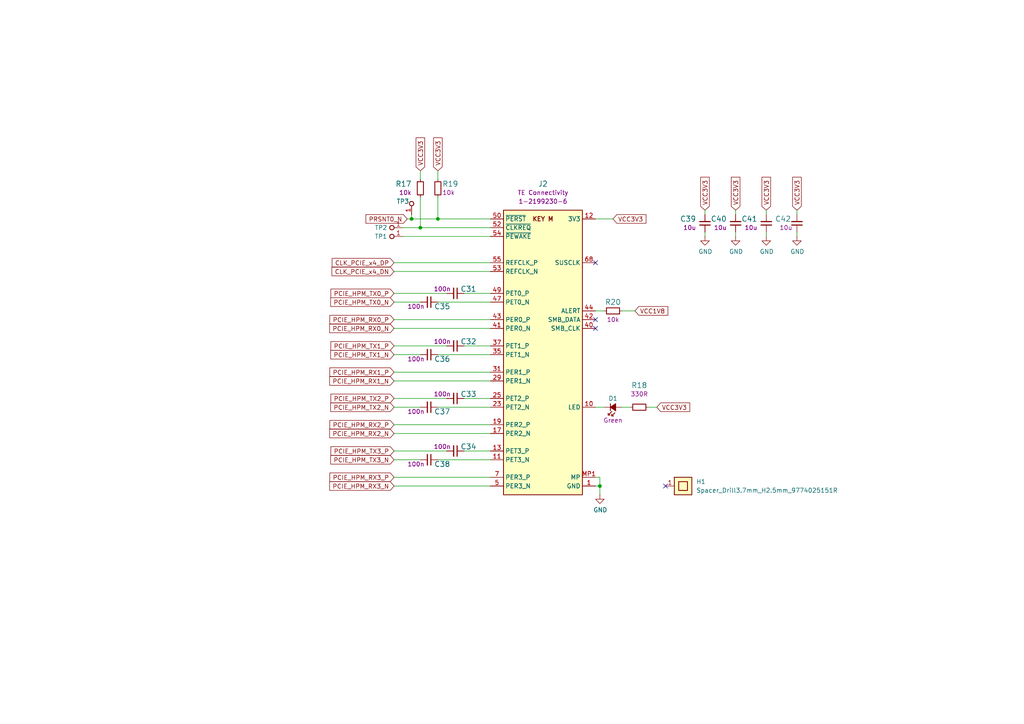
<source format=kicad_sch>
(kicad_sch (version 20230121) (generator eeschema)
  (paper "A4")
  (title_block (title "ECP5 - Datacenter Secure Control Module (DC-SCM)") (date "2024-07-15") (rev "1.2.1"))
  (lib_symbols
    (symbol "LED_G_0603_LG_L29K-G2J1-24-Z_1" (pin_numbers hide) (pin_names hide)
      (property "Reference" "D" (at 20.32 -2.54 0))
      (property "Color" "Green" (at 20.32 -5.08 0))
      (symbol "LED_G_0603_LG_L29K-G2J1-24-Z_1_0_1"
        (polyline (pts (xy 1.905 0) (xy 0.635 0)))
        (polyline (pts (xy 4.445 0) (xy 3.175 0)))
      )
      (symbol "LED_G_0603_LG_L29K-G2J1-24-Z_1_1_1"
        (polyline (pts (xy 1.778 1.016) (xy 1.778 -1.016)) (stroke (width 0.254)))
        (polyline (pts (xy 3.302 1.016) (xy 3.302 -1.016) (xy 1.778 0) (xy 3.302 1.016)) (stroke (width 0.254)) (fill (type outline)))
        (polyline (pts (xy 1.143 2.286) (xy 1.143 1.778) (xy 1.143 2.286) (xy 1.651 2.286) (xy 1.143 2.286) (xy 2.159 1.27)) (stroke (width 0.254)))
        (polyline (pts (xy 2.159 2.54) (xy 2.159 2.032) (xy 2.159 2.54) (xy 2.667 2.54) (xy 2.159 2.54) (xy 3.048 1.651)) (stroke (width 0.254)))
        (pin passive line (at 0 0 0) (length 0.635) (name "C") (number "1"))
        (pin passive line (at 5.08 0 180) (length 0.635) (name "A") (number "2"))
      )
    )
    (symbol "antmicroCapacitors0402:C_100n_0402" (pin_numbers hide) (pin_names hide)
      (property "Reference" "C" (at 20.32 -5.08 0))
      (property "Val" "100n" (at 20.32 -7.62 0))
      (symbol "C_100n_0402_0_1"
        (polyline (pts (xy 2.032 -1.524) (xy 2.032 1.524)) (stroke (width 0.3048)))
        (polyline (pts (xy 3.048 -1.524) (xy 3.048 1.524)) (stroke (width 0.3302)))
      )
      (symbol "C_100n_0402_1_1"
        (pin passive line (at 0 0 0) (length 2.032) (name "~") (number "1"))
        (pin passive line (at 5.08 0 180) (length 2.032) (name "~") (number "2"))
      )
    )
    (symbol "antmicroCapacitors0402:C_10u_0402" (pin_numbers hide) (pin_names hide)
      (property "Reference" "C" (at 20.32 -5.08 0))
      (property "Val" "10u" (at 20.32 -7.62 0))
      (symbol "C_10u_0402_0_1"
        (polyline (pts (xy 2.032 -1.524) (xy 2.032 1.524)) (stroke (width 0.3048)))
        (polyline (pts (xy 3.048 -1.524) (xy 3.048 1.524)) (stroke (width 0.3302)))
      )
      (symbol "C_10u_0402_1_1"
        (pin passive line (at 0 0 0) (length 2.032) (name "~") (number "1"))
        (pin passive line (at 5.08 0 180) (length 2.032) (name "~") (number "2"))
      )
    )
    (symbol "antmicroMechanicalParts:Spacer_Drill3.7mm_H2.5mm_9774025151R"
      (property "Reference" "H" (at 22.86 -2.54 0))
      (property "Value" "Spacer_Drill3.7mm_H2.5mm_9774025151R" (at 22.86 -5.08 0))
      (symbol "Spacer_Drill3.7mm_H2.5mm_9774025151R_1_1"
        (rectangle (start 2.54 -2.54) (end 7.62 2.54) (stroke (width 0.254)) (fill (type background)))
        (rectangle (start 3.81 -1.27) (end 6.35 1.27) (stroke (width 0.254)) (fill (type background)))
        (pin passive line (at 0 0 0) (length 2.54) (name "~") (number "1"))
      )
    )
    (symbol "antmicroPciConnectors:Bus_M.2_1-2199230-6"
      (property "Reference" "J" (at 45.72 -2.54 0))
      (property "MPN" "1-2199230-6" (at 45.72 -5.08 0))
      (symbol "Bus_M.2_1-2199230-6_0_0"
        (text "KEY M" (at 15.24 0 0) (effects (font (size 1.27 1.27) bold)))
      )
      (symbol "Bus_M.2_1-2199230-6_1_1"
        (rectangle (start 3.81 2.54) (end 26.67 -80.01) (stroke (width 0.254)) (fill (type background)))
        (pin power_in line (at 30.48 -77.47 180) (length 3.81) (name "GND") (number "1"))
        (pin passive line (at 30.48 -54.61 180) (length 3.81) (name "LED") (number "10"))
        (pin input line (at 0 -69.85 0) (length 3.81) (name "PET3_N") (number "11"))
        (pin passive line (at 30.48 0 180) (length 3.81) (name "3V3") (number "12"))
        (pin input line (at 0 -67.31 0) (length 3.81) (name "PET3_P") (number "13"))
        (pin passive line (at 30.48 0 180) (length 3.81) hide (name "3V3") (number "14"))
        (pin passive line (at 30.48 -77.47 180) (length 3.81) hide (name "GND") (number "15"))
        (pin passive line (at 30.48 0 180) (length 3.81) hide (name "3V3") (number "16"))
        (pin output line (at 0 -62.23 0) (length 3.81) (name "PER2_N") (number "17"))
        (pin passive line (at 30.48 0 180) (length 3.81) hide (name "3V3") (number "18"))
        (pin output line (at 0 -59.69 0) (length 3.81) (name "PER2_P") (number "19"))
        (pin passive line (at 30.48 0 180) (length 3.81) hide (name "3V3") (number "2"))
        (pin no_connect line (at 26.67 -44.45 180) (length 3.81) hide (name "NC") (number "20"))
        (pin passive line (at 30.48 -77.47 180) (length 3.81) hide (name "GND") (number "21"))
        (pin no_connect line (at 26.67 -45.72 180) (length 3.81) hide (name "NC") (number "22"))
        (pin input line (at 0 -54.61 0) (length 3.81) (name "PET2_N") (number "23"))
        (pin no_connect line (at 26.67 -46.99 180) (length 3.81) hide (name "NC") (number "24"))
        (pin input line (at 0 -52.07 0) (length 3.81) (name "PET2_P") (number "25"))
        (pin no_connect line (at 26.67 -59.69 180) (length 3.81) hide (name "NC") (number "26"))
        (pin passive line (at 30.48 -77.47 180) (length 3.81) hide (name "GND") (number "27"))
        (pin no_connect line (at 26.67 -60.96 180) (length 3.81) hide (name "NC") (number "28"))
        (pin output line (at 0 -46.99 0) (length 3.81) (name "PER1_N") (number "29"))
        (pin passive line (at 30.48 -77.47 180) (length 3.81) hide (name "GND") (number "3"))
        (pin no_connect line (at 26.67 -62.23 180) (length 3.81) hide (name "NC") (number "30"))
        (pin output line (at 0 -44.45 0) (length 3.81) (name "PER1_P") (number "31"))
        (pin no_connect line (at 26.67 -63.5 180) (length 3.81) hide (name "NC") (number "32"))
        (pin passive line (at 30.48 -77.47 180) (length 3.81) hide (name "GND") (number "33"))
        (pin no_connect line (at 26.67 -66.04 180) (length 3.81) hide (name "NC") (number "34"))
        (pin input line (at 0 -39.37 0) (length 3.81) (name "PET1_N") (number "35"))
        (pin no_connect line (at 26.67 -67.31 180) (length 3.81) hide (name "NC") (number "36"))
        (pin input line (at 0 -36.83 0) (length 3.81) (name "PET1_P") (number "37"))
        (pin no_connect line (at 26.67 -69.85 180) (length 3.81) hide (name "NC") (number "38"))
        (pin passive line (at 30.48 -77.47 180) (length 3.81) hide (name "GND") (number "39"))
        (pin passive line (at 30.48 0 180) (length 3.81) hide (name "3V3") (number "4"))
        (pin input line (at 30.48 -31.75 180) (length 3.81) (name "SMB_CLK") (number "40"))
        (pin output line (at 0 -31.75 0) (length 3.81) (name "PER0_N") (number "41"))
        (pin bidirectional line (at 30.48 -29.21 180) (length 3.81) (name "SMB_DATA") (number "42"))
        (pin output line (at 0 -29.21 0) (length 3.81) (name "PER0_P") (number "43"))
        (pin output line (at 30.48 -26.67 180) (length 3.81) (name "ALERT") (number "44"))
        (pin passive line (at 30.48 -77.47 180) (length 3.81) hide (name "GND") (number "45"))
        (pin no_connect line (at 26.67 -68.58 180) (length 3.81) hide (name "NC") (number "46"))
        (pin input line (at 0 -24.13 0) (length 3.81) (name "PET0_N") (number "47"))
        (pin no_connect line (at 26.67 -41.91 180) (length 3.81) hide (name "NC") (number "48"))
        (pin input line (at 0 -21.59 0) (length 3.81) (name "PET0_P") (number "49"))
        (pin output line (at 0 -77.47 0) (length 3.81) (name "PER3_N") (number "5"))
        (pin input line (at 0 0 0) (length 3.81) (name "~{PERST}") (number "50"))
        (pin passive line (at 30.48 -77.47 180) (length 3.81) hide (name "GND") (number "51"))
        (pin output line (at 0 -2.54 0) (length 3.81) (name "~{CLKREQ}") (number "52"))
        (pin input line (at 0 -15.24 0) (length 3.81) (name "REFCLK_N") (number "53"))
        (pin input line (at 0 -5.08 0) (length 3.81) (name "~{PEWAKE}") (number "54"))
        (pin input line (at 0 -12.7 0) (length 3.81) (name "REFCLK_P") (number "55"))
        (pin no_connect line (at 26.67 -43.18 180) (length 3.81) hide (name "NC") (number "56"))
        (pin passive line (at 30.48 -77.47 180) (length 3.81) hide (name "GND") (number "57"))
        (pin no_connect line (at 26.67 -71.12 180) (length 3.81) hide (name "NC") (number "58"))
        (pin no_connect line (at 26.67 -39.37 180) (length 3.81) hide (name "NC") (number "6"))
        (pin no_connect line (at 26.67 -40.64 180) (length 3.81) hide (name "NC") (number "67"))
        (pin input line (at 30.48 -12.7 180) (length 3.81) (name "SUSCLK") (number "68"))
        (pin no_connect line (at 26.67 -38.1 180) (length 3.81) hide (name "NC") (number "69"))
        (pin output line (at 0 -74.93 0) (length 3.81) (name "PER3_P") (number "7"))
        (pin passive line (at 30.48 0 180) (length 3.81) hide (name "3V3") (number "70"))
        (pin passive line (at 30.48 -77.47 180) (length 3.81) hide (name "GND") (number "71"))
        (pin passive line (at 30.48 0 180) (length 3.81) hide (name "3V3") (number "72"))
        (pin passive line (at 30.48 -77.47 180) (length 3.81) hide (name "GND") (number "73"))
        (pin passive line (at 30.48 0 180) (length 3.81) hide (name "3V3") (number "74"))
        (pin passive line (at 30.48 -77.47 180) (length 3.81) hide (name "GND") (number "75"))
        (pin no_connect line (at 26.67 -64.77 180) (length 3.81) hide (name "NC") (number "8"))
        (pin passive line (at 30.48 -77.47 180) (length 3.81) hide (name "GND") (number "9"))
        (pin passive line (at 30.48 -74.93 180) (length 3.81) (name "MP") (number "MP1"))
        (pin passive line (at 30.48 -74.93 180) (length 3.81) hide (name "MP") (number "MP2"))
      )
    )
    (symbol "antmicroResistors0402:R_10k_0402" (pin_numbers hide) (pin_names hide)
      (property "Reference" "R" (at 20.32 -5.08 0))
      (property "Val" "10k" (at 20.32 -7.62 0))
      (symbol "R_10k_0402_0_1"
        (rectangle (start 0.635 0.889) (end 4.445 -0.889) (stroke (width 0.254)))
      )
      (symbol "R_10k_0402_1_1"
        (pin passive line (at 0 0 0) (length 0.635) (name "~") (number "1"))
        (pin passive line (at 5.08 0 180) (length 0.635) (name "~") (number "2"))
      )
    )
    (symbol "antmicroResistors0402:R_330R_0402" (pin_numbers hide) (pin_names hide)
      (property "Reference" "R" (at 20.32 -5.08 0))
      (property "Val" "330R" (at 20.32 -7.62 0))
      (symbol "R_330R_0402_0_1"
        (rectangle (start 0.635 0.889) (end 4.445 -0.889) (stroke (width 0.254)))
      )
      (symbol "R_330R_0402_1_1"
        (pin passive line (at 0 0 0) (length 0.635) (name "~") (number "1"))
        (pin passive line (at 5.08 0 180) (length 0.635) (name "~") (number "2"))
      )
    )
    (symbol "antmicroTestPoints:TP_1mm_SMD" (pin_names hide) (in_bom no)
      (property "Reference" "TP" (at 15.24 -5.08 0))
      (symbol "TP_1mm_SMD_1_1"
        (circle (center 3.175 0) (radius 0.635) (stroke (width 0.254)))
        (pin passive line (at 0 0 0) (length 2.54) (name "1") (number "1"))
      )
    )
    (symbol "antmicropower:GND" (power) (pin_numbers hide) (pin_names hide)
      (property "Value" "GND" (at 8.89 -5.08 0))
      (symbol "GND_1_1"
        (polyline (pts (xy 0 0) (xy 0 -1.27) (xy 1.27 -1.27) (xy 0 -2.54) (xy -1.27 -1.27) (xy 0 -1.27)))
        (pin power_in line (at 0 0 270) (length 0) (name "GND") (number "1"))
      )
    )
  )
  (junction (at 119.38 63.5))
  (junction (at 121.92 66.04))
  (junction (at 127 63.5))
  (junction (at 173.99 140.97))
  (no_connect (at 172.72 95.25))
  (no_connect (at 172.72 76.2))
  (no_connect (at 172.72 92.71))
  (no_connect (at 193.04 140.97))
  (wire (pts (xy 129.54 130.81) (xy 114.3 130.81)))
  (wire (pts (xy 114.3 123.19) (xy 142.24 123.19)))
  (wire (pts (xy 116.84 68.58) (xy 142.24 68.58)))
  (wire (pts (xy 121.92 102.87) (xy 114.3 102.87)))
  (wire (pts (xy 114.3 125.73) (xy 142.24 125.73)))
  (wire (pts (xy 121.92 57.15) (xy 121.92 66.04)))
  (wire (pts (xy 127 57.15) (xy 127 63.5)))
  (wire (pts (xy 175.26 118.11) (xy 172.72 118.11)))
  (wire (pts (xy 127 63.5) (xy 142.24 63.5)))
  (wire (pts (xy 231.14 67.31) (xy 231.14 68.58)))
  (wire (pts (xy 116.84 66.04) (xy 121.92 66.04)))
  (wire (pts (xy 119.38 63.5) (xy 127 63.5)))
  (wire (pts (xy 222.25 60.96) (xy 222.25 62.23)))
  (wire (pts (xy 142.24 102.87) (xy 127 102.87)))
  (wire (pts (xy 119.38 62.23) (xy 119.38 63.5)))
  (wire (pts (xy 121.92 118.11) (xy 114.3 118.11)))
  (wire (pts (xy 180.34 90.17) (xy 184.15 90.17)))
  (wire (pts (xy 173.99 140.97) (xy 173.99 143.51)))
  (wire (pts (xy 142.24 100.33) (xy 134.62 100.33)))
  (wire (pts (xy 142.24 115.57) (xy 134.62 115.57)))
  (wire (pts (xy 172.72 138.43) (xy 173.99 138.43)))
  (wire (pts (xy 190.5 118.11) (xy 187.96 118.11)))
  (wire (pts (xy 114.3 76.2) (xy 142.24 76.2)))
  (wire (pts (xy 114.3 110.49) (xy 142.24 110.49)))
  (wire (pts (xy 204.47 67.31) (xy 204.47 68.58)))
  (wire (pts (xy 142.24 133.35) (xy 127 133.35)))
  (wire (pts (xy 142.24 118.11) (xy 127 118.11)))
  (wire (pts (xy 127 49.53) (xy 127 52.07)))
  (wire (pts (xy 129.54 85.09) (xy 114.3 85.09)))
  (wire (pts (xy 142.24 85.09) (xy 134.62 85.09)))
  (wire (pts (xy 114.3 107.95) (xy 142.24 107.95)))
  (wire (pts (xy 142.24 87.63) (xy 127 87.63)))
  (wire (pts (xy 114.3 140.97) (xy 142.24 140.97)))
  (wire (pts (xy 121.92 66.04) (xy 142.24 66.04)))
  (wire (pts (xy 172.72 90.17) (xy 175.26 90.17)))
  (wire (pts (xy 114.3 138.43) (xy 142.24 138.43)))
  (wire (pts (xy 213.36 67.31) (xy 213.36 68.58)))
  (wire (pts (xy 114.3 78.74) (xy 142.24 78.74)))
  (wire (pts (xy 204.47 60.96) (xy 204.47 62.23)))
  (wire (pts (xy 114.3 95.25) (xy 142.24 95.25)))
  (wire (pts (xy 121.92 133.35) (xy 114.3 133.35)))
  (wire (pts (xy 213.36 60.96) (xy 213.36 62.23)))
  (wire (pts (xy 172.72 63.5) (xy 177.8 63.5)))
  (wire (pts (xy 121.92 49.53) (xy 121.92 52.07)))
  (wire (pts (xy 142.24 130.81) (xy 134.62 130.81)))
  (wire (pts (xy 118.11 63.5) (xy 119.38 63.5)))
  (wire (pts (xy 172.72 140.97) (xy 173.99 140.97)))
  (wire (pts (xy 121.92 87.63) (xy 114.3 87.63)))
  (wire (pts (xy 129.54 100.33) (xy 114.3 100.33)))
  (wire (pts (xy 173.99 138.43) (xy 173.99 140.97)))
  (wire (pts (xy 231.14 60.96) (xy 231.14 62.23)))
  (wire (pts (xy 114.3 92.71) (xy 142.24 92.71)))
  (wire (pts (xy 129.54 115.57) (xy 114.3 115.57)))
  (wire (pts (xy 222.25 67.31) (xy 222.25 68.58)))
  (wire (pts (xy 182.88 118.11) (xy 180.34 118.11)))
  (global_label "VCC3V3" (shape input) (at 177.8 63.5 0) (property "Intersheetrefs" "${INTERSHEET_REFS}" (effects hide)))
  (global_label "PCIE_HPM_RX3_N" (shape input) (at 114.3 140.97 180) (property "Intersheetrefs" "${INTERSHEET_REFS}" (effects hide)))
  (global_label "VCC3V3" (shape input) (at 190.5 118.11 0) (property "Intersheetrefs" "${INTERSHEET_REFS}" (effects hide)))
  (global_label "CLK_PCIE_x4_DP" (shape input) (at 114.3 76.2 180) (property "Intersheetrefs" "${INTERSHEET_REFS}" (effects hide)))
  (global_label "PCIE_HPM_RX0_P" (shape input) (at 114.3 92.71 180) (property "Intersheetrefs" "${INTERSHEET_REFS}" (effects hide)))
  (global_label "VCC3V3" (shape input) (at 213.36 60.96 90) (property "Intersheetrefs" "${INTERSHEET_REFS}" (effects hide)))
  (global_label "VCC3V3" (shape input) (at 231.14 60.96 90) (property "Intersheetrefs" "${INTERSHEET_REFS}" (effects hide)))
  (global_label "PCIE_HPM_TX1_P" (shape input) (at 114.3 100.33 180) (property "Intersheetrefs" "${INTERSHEET_REFS}" (effects hide)))
  (global_label "PCIE_HPM_RX2_N" (shape input) (at 114.3 125.73 180) (property "Intersheetrefs" "${INTERSHEET_REFS}" (effects hide)))
  (global_label "VCC3V3" (shape input) (at 222.25 60.96 90) (property "Intersheetrefs" "${INTERSHEET_REFS}" (effects hide)))
  (global_label "PCIE_HPM_TX3_N" (shape input) (at 114.3 133.35 180) (property "Intersheetrefs" "${INTERSHEET_REFS}" (effects hide)))
  (global_label "PCIE_HPM_TX2_N" (shape input) (at 114.3 118.11 180) (property "Intersheetrefs" "${INTERSHEET_REFS}" (effects hide)))
  (global_label "PCIE_HPM_RX3_P" (shape input) (at 114.3 138.43 180) (property "Intersheetrefs" "${INTERSHEET_REFS}" (effects hide)))
  (global_label "PCIE_HPM_RX1_P" (shape input) (at 114.3 107.95 180) (property "Intersheetrefs" "${INTERSHEET_REFS}" (effects hide)))
  (global_label "VCC1V8" (shape input) (at 184.15 90.17 0) (property "Intersheetrefs" "${INTERSHEET_REFS}" (effects hide)))
  (global_label "PCIE_HPM_TX2_P" (shape input) (at 114.3 115.57 180) (property "Intersheetrefs" "${INTERSHEET_REFS}" (effects hide)))
  (global_label "PCIE_HPM_TX3_P" (shape input) (at 114.3 130.81 180) (property "Intersheetrefs" "${INTERSHEET_REFS}" (effects hide)))
  (global_label "CLK_PCIE_x4_DN" (shape input) (at 114.3 78.74 180) (property "Intersheetrefs" "${INTERSHEET_REFS}" (effects hide)))
  (global_label "PCIE_HPM_RX2_P" (shape input) (at 114.3 123.19 180) (property "Intersheetrefs" "${INTERSHEET_REFS}" (effects hide)))
  (global_label "VCC3V3" (shape input) (at 204.47 60.96 90) (property "Intersheetrefs" "${INTERSHEET_REFS}" (effects hide)))
  (global_label "PRSNT0_N" (shape input) (at 118.11 63.5 180) (property "Intersheetrefs" "${INTERSHEET_REFS}" (effects hide)))
  (global_label "PCIE_HPM_RX1_N" (shape input) (at 114.3 110.49 180) (property "Intersheetrefs" "${INTERSHEET_REFS}" (effects hide)))
  (global_label "PCIE_HPM_TX1_N" (shape input) (at 114.3 102.87 180) (property "Intersheetrefs" "${INTERSHEET_REFS}" (effects hide)))
  (global_label "VCC3V3" (shape input) (at 127 49.53 90) (property "Intersheetrefs" "${INTERSHEET_REFS}" (effects hide)))
  (global_label "VCC3V3" (shape input) (at 121.92 49.53 90) (property "Intersheetrefs" "${INTERSHEET_REFS}" (effects hide)))
  (global_label "PCIE_HPM_TX0_P" (shape input) (at 114.3 85.09 180) (property "Intersheetrefs" "${INTERSHEET_REFS}" (effects hide)))
  (global_label "PCIE_HPM_RX0_N" (shape input) (at 114.3 95.25 180) (property "Intersheetrefs" "${INTERSHEET_REFS}" (effects hide)))
  (global_label "PCIE_HPM_TX0_N" (shape input) (at 114.3 87.63 180) (property "Intersheetrefs" "${INTERSHEET_REFS}" (effects hide)))
  (symbol (lib_id "antmicroCapacitors0402:C_100n_0402") (at 134.62 85.09 180) (unit 1)
    (property "Reference" "C31" (at 135.89 83.82 0) (effects (font (size 1.524 1.524))))
    (property "Value" "C_100n_0402" (effects hide))
    (property "Footprint" "antmicro-footprints:C_0402_1005Metric" (effects hide))
    (property "Datasheet" "https://www.murata.com/products/productdetail?partno=GRM155R61H104KE14%23" (effects hide))
    (property "Manufacturer" "Murata" (effects hide))
    (property "MPN" "GRM155R61H104KE14D" (effects hide))
    (property "Val" "100n" (at 128.27 83.82 0))
    (property "License" "Apache-2.0" (effects hide))
    (property "Author" "Antmicro" (effects hide))
    (property "Voltage" "50V" (effects hide))
    (property "Dielectric" "X5R" (effects hide))
    (property "Public" "False" (effects hide))
  )
  (symbol (lib_id "antmicroCapacitors0402:C_100n_0402") (at 127 87.63 180) (unit 1)
    (property "Reference" "C35" (at 128.27 88.9 0) (effects (font (size 1.524 1.524))))
    (property "Value" "C_100n_0402" (effects hide))
    (property "Footprint" "antmicro-footprints:C_0402_1005Metric" (effects hide))
    (property "Datasheet" "https://www.murata.com/products/productdetail?partno=GRM155R61H104KE14%23" (effects hide))
    (property "Manufacturer" "Murata" (effects hide))
    (property "MPN" "GRM155R61H104KE14D" (effects hide))
    (property "Val" "100n" (at 120.65 88.9 0))
    (property "License" "Apache-2.0" (effects hide))
    (property "Author" "Antmicro" (effects hide))
    (property "Voltage" "50V" (effects hide))
    (property "Dielectric" "X5R" (effects hide))
    (property "Public" "False" (effects hide))
  )
  (symbol (lib_id "antmicroCapacitors0402:C_100n_0402") (at 134.62 100.33 180) (unit 1)
    (property "Reference" "C32" (at 135.89 99.06 0) (effects (font (size 1.524 1.524))))
    (property "Value" "C_100n_0402" (effects hide))
    (property "Footprint" "antmicro-footprints:C_0402_1005Metric" (effects hide))
    (property "Datasheet" "https://www.murata.com/products/productdetail?partno=GRM155R61H104KE14%23" (effects hide))
    (property "Manufacturer" "Murata" (effects hide))
    (property "MPN" "GRM155R61H104KE14D" (effects hide))
    (property "Val" "100n" (at 128.27 99.06 0))
    (property "License" "Apache-2.0" (effects hide))
    (property "Author" "Antmicro" (effects hide))
    (property "Voltage" "50V" (effects hide))
    (property "Dielectric" "X5R" (effects hide))
    (property "Public" "False" (effects hide))
  )
  (symbol (lib_id "antmicroCapacitors0402:C_100n_0402") (at 127 102.87 180) (unit 1)
    (property "Reference" "C36" (at 128.27 104.14 0) (effects (font (size 1.524 1.524))))
    (property "Value" "C_100n_0402" (effects hide))
    (property "Footprint" "antmicro-footprints:C_0402_1005Metric" (effects hide))
    (property "Datasheet" "https://www.murata.com/products/productdetail?partno=GRM155R61H104KE14%23" (effects hide))
    (property "Manufacturer" "Murata" (effects hide))
    (property "MPN" "GRM155R61H104KE14D" (effects hide))
    (property "Val" "100n" (at 120.65 104.14 0))
    (property "License" "Apache-2.0" (effects hide))
    (property "Author" "Antmicro" (effects hide))
    (property "Voltage" "50V" (effects hide))
    (property "Dielectric" "X5R" (effects hide))
    (property "Public" "False" (effects hide))
  )
  (symbol (lib_id "antmicroPciConnectors:Bus_M.2_1-2199230-6") (at 142.24 63.5 0) (unit 1)
    (property "Reference" "J2" (at 157.48 53.34 0) (effects (font (size 1.524 1.524))))
    (property "Value" "Bus_M.2_1-2199230-6" (effects hide))
    (property "Footprint" "antmicro-footprints:Bus_M.2_Socket_Key_M_TE_1-2199230-6" (effects hide))
    (property "Datasheet" "https://www.te.com/commerce/DocumentDelivery/DDEController?Action=srchrtrv&DocNm=2199230&DocType=Customer+Drawing&DocLang=English" (effects hide))
    (property "Manufacturer" "TE Connectivity" (at 157.48 55.88 0))
    (property "MPN" "1-2199230-6" (at 157.48 58.42 0))
    (property "Author" "Antmicro" (effects hide))
    (property "License" "Apache-2.0" (effects hide))
  )
  (symbol (lib_id "antmicroResistors0402:R_10k_0402") (at 121.92 52.07 270) (unit 1)
    (property "Reference" "R17" (at 119.38 53.34 90) (effects (font (size 1.524 1.524)) (justify right)))
    (property "Value" "R_10k_0402" (effects hide))
    (property "Footprint" "antmicro-footprints:R_0402_1005Metric" (effects hide))
    (property "Datasheet" "https://www.bourns.com/docs/product-datasheets/cr.pdf" (effects hide))
    (property "Manufacturer" "Bourns" (effects hide))
    (property "MPN" "CR0402-FX-1002GLF" (effects hide))
    (property "Val" "10k" (at 119.38 55.88 90) (effects (justify right)))
    (property "License" "Apache-2.0" (effects hide))
    (property "Author" "Antmicro" (effects hide))
    (property "Tolerance" "1%" (effects hide))
    (property "Public" "False" (effects hide))
  )
  (symbol (lib_id "antmicroResistors0402:R_10k_0402") (at 127 52.07 270) (unit 1)
    (property "Reference" "R19" (at 128.27 53.34 90) (effects (font (size 1.524 1.524)) (justify left)))
    (property "Value" "R_10k_0402" (effects hide))
    (property "Footprint" "antmicro-footprints:R_0402_1005Metric" (effects hide))
    (property "Datasheet" "https://www.bourns.com/docs/product-datasheets/cr.pdf" (effects hide))
    (property "Manufacturer" "Bourns" (effects hide))
    (property "MPN" "CR0402-FX-1002GLF" (effects hide))
    (property "Val" "10k" (at 128.27 55.88 90) (effects (justify left)))
    (property "License" "Apache-2.0" (effects hide))
    (property "Author" "Antmicro" (effects hide))
    (property "Tolerance" "1%" (effects hide))
    (property "Public" "False" (effects hide))
  )
  (symbol (lib_id "antmicroResistors0402:R_10k_0402") (at 175.26 90.17 0) (mirror x) (unit 1)
    (property "Reference" "R20" (at 177.8 87.63 0) (effects (font (size 1.524 1.524))))
    (property "Value" "R_10k_0402" (effects hide))
    (property "Footprint" "antmicro-footprints:R_0402_1005Metric" (effects hide))
    (property "Datasheet" "https://www.bourns.com/docs/product-datasheets/cr.pdf" (effects hide))
    (property "Manufacturer" "Bourns" (effects hide))
    (property "MPN" "CR0402-FX-1002GLF" (effects hide))
    (property "Val" "10k" (at 177.8 92.71 0))
    (property "License" "Apache-2.0" (effects hide))
    (property "Author" "Antmicro" (effects hide))
    (property "Tolerance" "1%" (effects hide))
    (property "Public" "False" (effects hide))
  )
  (symbol (lib_id "antmicroResistors0402:R_330R_0402") (at 182.88 118.11 0) (mirror x) (unit 1)
    (property "Reference" "R18" (at 185.42 111.76 0) (effects (font (size 1.524 1.524))))
    (property "Value" "R_330R_0402" (effects hide))
    (property "Footprint" "antmicro-footprints:R_0402_1005Metric" (effects hide))
    (property "Datasheet" "https://www.bourns.com/docs/product-datasheets/cr.pdf" (effects hide))
    (property "Manufacturer" "Bourns" (effects hide))
    (property "MPN" "CR0402-FX-3300GLF" (effects hide))
    (property "Val" "330R" (at 185.42 114.3 0))
    (property "License" "Apache-2.0" (effects hide))
    (property "Author" "Antmicro" (effects hide))
    (property "Tolerance" "1%" (effects hide))
    (property "Public" "False" (effects hide))
  )
  (symbol (lib_id "antmicroCapacitors0402:C_10u_0402") (at 204.47 67.31 90) (unit 1)
    (property "Reference" "C39" (at 201.93 63.4936 90) (effects (font (size 1.524 1.524)) (justify left)))
    (property "Value" "C_10u_0402" (effects hide))
    (property "Footprint" "antmicro-footprints:C_0402_1005Metric" (effects hide))
    (property "Datasheet" "https://www.yageo.com/en/Chart/Download/pdf/CC0402MRX5R5BB106" (effects hide))
    (property "Manufacturer" "YAGEO" (effects hide))
    (property "MPN" "CC0402MRX5R5BB106" (effects hide))
    (property "Val" "10u" (at 201.93 66.0336 90) (effects (justify left)))
    (property "License" "Apache-2.0" (effects hide))
    (property "Author" "Antmicro" (effects hide))
    (property "Public" "False" (effects hide))
  )
  (symbol (lib_id "antmicroCapacitors0402:C_10u_0402") (at 213.36 67.31 90) (unit 1)
    (property "Reference" "C40" (at 210.82 63.4936 90) (effects (font (size 1.524 1.524)) (justify left)))
    (property "Value" "C_10u_0402" (effects hide))
    (property "Footprint" "antmicro-footprints:C_0402_1005Metric" (effects hide))
    (property "Datasheet" "https://www.yageo.com/en/Chart/Download/pdf/CC0402MRX5R5BB106" (effects hide))
    (property "Manufacturer" "YAGEO" (effects hide))
    (property "MPN" "CC0402MRX5R5BB106" (effects hide))
    (property "Val" "10u" (at 210.82 66.0336 90) (effects (justify left)))
    (property "License" "Apache-2.0" (effects hide))
    (property "Author" "Antmicro" (effects hide))
    (property "Public" "False" (effects hide))
  )
  (symbol (lib_id "antmicroCapacitors0402:C_10u_0402") (at 222.25 67.31 90) (unit 1)
    (property "Reference" "C41" (at 219.71 63.4936 90) (effects (font (size 1.524 1.524)) (justify left)))
    (property "Value" "C_10u_0402" (effects hide))
    (property "Footprint" "antmicro-footprints:C_0402_1005Metric" (effects hide))
    (property "Datasheet" "https://www.yageo.com/en/Chart/Download/pdf/CC0402MRX5R5BB106" (effects hide))
    (property "Manufacturer" "YAGEO" (effects hide))
    (property "MPN" "CC0402MRX5R5BB106" (effects hide))
    (property "Val" "10u" (at 219.71 66.0336 90) (effects (justify left)))
    (property "License" "Apache-2.0" (effects hide))
    (property "Author" "Antmicro" (effects hide))
    (property "Public" "False" (effects hide))
  )
  (symbol (lib_id "antmicroCapacitors0402:C_10u_0402") (at 231.14 67.31 90) (unit 1)
    (property "Reference" "C42" (at 224.79 63.5 90) (effects (font (size 1.524 1.524)) (justify right)))
    (property "Value" "C_10u_0402" (effects hide))
    (property "Footprint" "antmicro-footprints:C_0402_1005Metric" (effects hide))
    (property "Datasheet" "https://www.yageo.com/en/Chart/Download/pdf/CC0402MRX5R5BB106" (effects hide))
    (property "Manufacturer" "YAGEO" (effects hide))
    (property "MPN" "CC0402MRX5R5BB106" (effects hide))
    (property "Val" "10u" (at 226.06 66.04 90) (effects (justify right)))
    (property "License" "Apache-2.0" (effects hide))
    (property "Author" "Antmicro" (effects hide))
    (property "Public" "False" (effects hide))
  )
  (symbol (lib_id "antmicropower:GND") (at 173.99 143.51 0) (unit 1)
    (property "Reference" "#PWR012" (effects hide))
    (property "Value" "GND" (at 174.117 147.9042 0))
    (property "Author" "Antmicro" (effects hide))
    (property "License" "Apache-2.0" (effects hide))
  )
  (symbol (lib_id "antmicropower:GND") (at 213.36 68.58 0) (unit 1)
    (property "Reference" "#PWR013" (effects hide))
    (property "Value" "GND" (at 213.487 72.9742 0))
    (property "Author" "Antmicro" (effects hide))
    (property "License" "Apache-2.0" (effects hide))
  )
  (symbol (lib_id "antmicropower:GND") (at 222.25 68.58 0) (unit 1)
    (property "Reference" "#PWR014" (effects hide))
    (property "Value" "GND" (at 222.377 72.9742 0))
    (property "Author" "Antmicro" (effects hide))
    (property "License" "Apache-2.0" (effects hide))
  )
  (symbol (lib_id "antmicropower:GND") (at 231.14 68.58 0) (unit 1)
    (property "Reference" "#PWR015" (effects hide))
    (property "Value" "GND" (at 231.267 72.9742 0))
    (property "Author" "Antmicro" (effects hide))
    (property "License" "Apache-2.0" (effects hide))
  )
  (symbol (lib_id "antmicroCapacitors0402:C_100n_0402") (at 134.62 115.57 180) (unit 1)
    (property "Reference" "C33" (at 135.89 114.3 0) (effects (font (size 1.524 1.524))))
    (property "Value" "C_100n_0402" (effects hide))
    (property "Footprint" "antmicro-footprints:C_0402_1005Metric" (effects hide))
    (property "Datasheet" "https://www.murata.com/products/productdetail?partno=GRM155R61H104KE14%23" (effects hide))
    (property "Manufacturer" "Murata" (effects hide))
    (property "MPN" "GRM155R61H104KE14D" (effects hide))
    (property "Val" "100n" (at 128.27 114.3 0))
    (property "License" "Apache-2.0" (effects hide))
    (property "Author" "Antmicro" (effects hide))
    (property "Voltage" "50V" (effects hide))
    (property "Dielectric" "X5R" (effects hide))
    (property "Public" "False" (effects hide))
  )
  (symbol (lib_id "antmicroCapacitors0402:C_100n_0402") (at 127 118.11 180) (unit 1)
    (property "Reference" "C37" (at 128.27 119.38 0) (effects (font (size 1.524 1.524))))
    (property "Value" "C_100n_0402" (effects hide))
    (property "Footprint" "antmicro-footprints:C_0402_1005Metric" (effects hide))
    (property "Datasheet" "https://www.murata.com/products/productdetail?partno=GRM155R61H104KE14%23" (effects hide))
    (property "Manufacturer" "Murata" (effects hide))
    (property "MPN" "GRM155R61H104KE14D" (effects hide))
    (property "Val" "100n" (at 120.65 119.38 0))
    (property "License" "Apache-2.0" (effects hide))
    (property "Author" "Antmicro" (effects hide))
    (property "Voltage" "50V" (effects hide))
    (property "Dielectric" "X5R" (effects hide))
    (property "Public" "False" (effects hide))
  )
  (symbol (lib_id "antmicroCapacitors0402:C_100n_0402") (at 134.62 130.81 180) (unit 1)
    (property "Reference" "C34" (at 135.89 129.54 0) (effects (font (size 1.524 1.524))))
    (property "Value" "C_100n_0402" (effects hide))
    (property "Footprint" "antmicro-footprints:C_0402_1005Metric" (effects hide))
    (property "Datasheet" "https://www.murata.com/products/productdetail?partno=GRM155R61H104KE14%23" (effects hide))
    (property "Manufacturer" "Murata" (effects hide))
    (property "MPN" "GRM155R61H104KE14D" (effects hide))
    (property "Val" "100n" (at 128.27 129.54 0))
    (property "License" "Apache-2.0" (effects hide))
    (property "Author" "Antmicro" (effects hide))
    (property "Voltage" "50V" (effects hide))
    (property "Dielectric" "X5R" (effects hide))
    (property "Public" "False" (effects hide))
  )
  (symbol (lib_id "antmicroCapacitors0402:C_100n_0402") (at 127 133.35 180) (unit 1)
    (property "Reference" "C38" (at 128.27 134.62 0) (effects (font (size 1.524 1.524))))
    (property "Value" "C_100n_0402" (effects hide))
    (property "Footprint" "antmicro-footprints:C_0402_1005Metric" (effects hide))
    (property "Datasheet" "https://www.murata.com/products/productdetail?partno=GRM155R61H104KE14%23" (effects hide))
    (property "Manufacturer" "Murata" (effects hide))
    (property "MPN" "GRM155R61H104KE14D" (effects hide))
    (property "Val" "100n" (at 120.65 134.62 0))
    (property "License" "Apache-2.0" (effects hide))
    (property "Author" "Antmicro" (effects hide))
    (property "Voltage" "50V" (effects hide))
    (property "Dielectric" "X5R" (effects hide))
    (property "Public" "False" (effects hide))
  )
  (symbol (lib_name "LED_G_0603_LG_L29K-G2J1-24-Z_1") (lib_id "antmicroLEDIndicationDiscrete:LED_G_0603_LG_L29K-G2J1-24-Z") (at 175.26 118.11 0) (mirror x) (unit 1)
    (property "Reference" "D1" (at 177.8 115.57 0))
    (property "Value" "LED_G_0603_LG_L29K-G2J1-24-Z" (effects hide))
    (property "Footprint" "antmicro-footprints:LED_0603_1608Metric_G" (effects hide))
    (property "Datasheet" "https://look.ams-osram.com/m/19ee86b3ae0ee95b/original/LG-L29K.pdf" (effects hide))
    (property "MPN" "LG L29K-G2J1-24-Z" (effects hide))
    (property "Manufacturer" "OSRAM" (effects hide))
    (property "Color" "Green" (at 177.8 121.92 0))
    (property "Author" "Antmicro" (effects hide))
    (property "License" "Apache-2.0" (effects hide))
  )
  (symbol (lib_id "antmicroTestPoints:TP_1mm_SMD") (at 116.84 66.04 180) (unit 1) (in_bom no)
    (property "Reference" "TP2" (at 110.49 66.04 0))
    (property "Value" "TP_1mm_SMD" (effects hide))
    (property "Footprint" "antmicro-footprints:TP_SMD_1mm" (effects hide))
    (property "Author" "Antmicro" (effects hide))
    (property "License" "Apache-2.0" (effects hide))
  )
  (symbol (lib_id "antmicroMechanicalParts:Spacer_Drill3.7mm_H2.5mm_9774025151R") (at 193.04 140.97 0) (unit 1)
    (property "Reference" "H1" (at 201.93 139.7 0) (effects (justify left)))
    (property "Value" "Spacer_Drill3.7mm_H2.5mm_9774025151R" (at 201.93 142.24 0) (effects (justify left)))
    (property "Footprint" "antmicro-footprints:Spacer_Drill3.7mm_H2.5mm_9774025151R" (effects hide))
    (property "Datasheet" "https://www.we-online.com/components/products/datasheet/9774025151R.pdf" (effects hide))
    (property "Manufacturer" "Würth Elektronik" (effects hide))
    (property "MPN" "9774025151R" (effects hide))
    (property "Author" "Antmicro" (effects hide))
    (property "Public" "False" (effects hide))
    (property "License" "Apache-2.0" (effects hide))
  )
  (symbol (lib_id "antmicroTestPoints:TP_1mm_SMD") (at 116.84 68.58 180) (unit 1) (in_bom no)
    (property "Reference" "TP1" (at 110.49 68.58 0))
    (property "Value" "TP_1mm_SMD" (effects hide))
    (property "Footprint" "antmicro-footprints:TP_SMD_1mm" (effects hide))
    (property "Author" "Antmicro" (effects hide))
    (property "License" "Apache-2.0" (effects hide))
  )
  (symbol (lib_id "antmicroTestPoints:TP_1mm_SMD") (at 119.38 62.23 90) (unit 1) (in_bom no)
    (property "Reference" "TP3" (at 116.84 58.42 90))
    (property "Value" "TP_1mm_SMD" (effects hide))
    (property "Footprint" "antmicro-footprints:TP_SMD_1mm" (effects hide))
    (property "Author" "Antmicro" (effects hide))
    (property "License" "Apache-2.0" (effects hide))
  )
  (symbol (lib_id "antmicropower:GND") (at 204.47 68.58 0) (unit 1)
    (property "Reference" "#PWR011" (effects hide))
    (property "Value" "GND" (at 204.597 72.9742 0))
    (property "Author" "Antmicro" (effects hide))
    (property "License" "Apache-2.0" (effects hide))
  )
)
</source>
